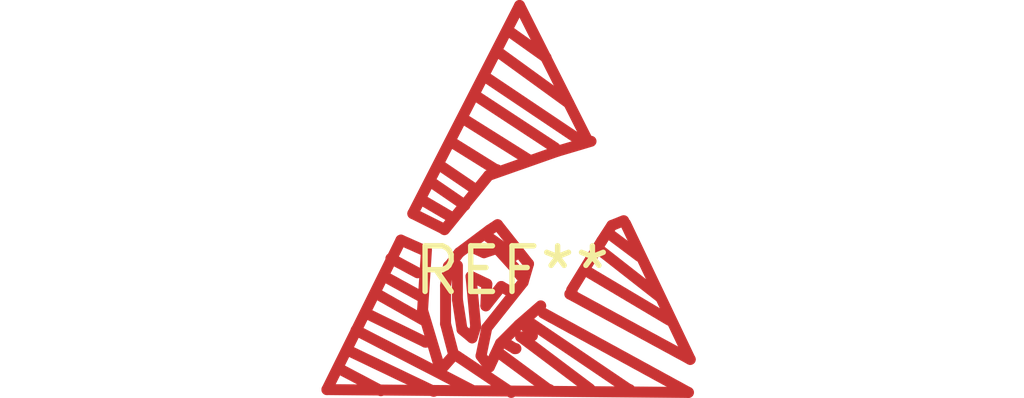
<source format=kicad_pcb>
(kicad_pcb (version 20240108) (generator pcbnew)
  (layers (0 "F.Cu" signal) (31 "B.Cu" signal) (34 "B.Paste" user) (35 "F.Paste" user) (36 "B.SilkS" user "B.Silkscreen") (37 "F.SilkS" user "F.Silkscreen") (38 "B.Mask" user) (39 "F.Mask" user) (44 "Edge.Cuts" user))
  (net 0 "")
  (footprint "Symbol_ESD-Logo_CopperTop" (layer "F.Cu") (at 0 0)
    (property "Reference" "REF**")
    (property "Value" "Symbol_ESD-Logo_CopperTop")
    (fp_line (start -5.15112 3.31216) (end 4.90982 3.3909) (layer "F.Cu") (stroke (width 0.3048)))
    (fp_line (start -4.77012 2.75082) (end -3.64998 3.34264) (layer "F.Cu") (stroke (width 0.3048)))
    (fp_line (start -4.5593 2.2225) (end -2.17932 3.36042) (layer "F.Cu") (stroke (width 0.3048)))
    (fp_line (start -4.34086 1.66116) (end -1.14046 3.31216) (layer "F.Cu") (stroke (width 0.3048)))
    (fp_line (start -4.03098 1.20142) (end -2.41046 1.99136) (layer "F.Cu") (stroke (width 0.3048)))
    (fp_line (start -3.74904 0.65278) (end -2.46126 1.38176) (layer "F.Cu") (stroke (width 0.3048)))
    (fp_line (start -3.55092 0.16256) (end -2.47904 0.75184) (layer "F.Cu") (stroke (width 0.3048)))
    (fp_line (start -3.37058 -0.33782) (end -2.6289 0.06096) (layer "F.Cu") (stroke (width 0.3048)))
    (fp_line (start -3.09118 -0.84836) (end -5.15112 3.31216) (layer "F.Cu") (stroke (width 0.3048)))
    (fp_line (start -2.76098 -1.5875) (end -1.89992 -1.15824) (layer "F.Cu") (stroke (width 0.3048)))
    (fp_line (start -2.50952 -1.9685) (end -1.6891 -1.48844) (layer "F.Cu") (stroke (width 0.3048)))
    (fp_line (start -2.4892 1.10236) (end -1.99136 2.77114) (layer "F.Cu") (stroke (width 0.3048)))
    (fp_line (start -2.46126 -0.56896) (end -3.09118 -0.84836) (layer "F.Cu") (stroke (width 0.3048)))
    (fp_line (start -2.41046 1.99136) (end -2.37998 1.99136) (layer "F.Cu") (stroke (width 0.3048)))
    (fp_line (start -2.37998 -0.57912) (end -2.4892 1.10236) (layer "F.Cu") (stroke (width 0.3048)))
    (fp_line (start -2.23012 -2.44856) (end -1.31064 -1.81864) (layer "F.Cu") (stroke (width 0.3048)))
    (fp_line (start -2.04978 -2.9591) (end -1.03124 -2.26822) (layer "F.Cu") (stroke (width 0.3048)))
    (fp_line (start -1.99136 2.77114) (end -1.62052 2.35204) (layer "F.Cu") (stroke (width 0.3048)))
    (fp_line (start -1.89992 -1.15824) (end -1.86944 -1.15824) (layer "F.Cu") (stroke (width 0.3048)))
    (fp_line (start -1.84912 0.42164) (end -1.77038 -0.11938) (layer "F.Cu") (stroke (width 0.3048)))
    (fp_line (start -1.84912 1.48082) (end -1.84912 0.42164) (layer "F.Cu") (stroke (width 0.3048)))
    (fp_line (start -1.77038 -0.11938) (end -1.71958 -0.16764) (layer "F.Cu") (stroke (width 0.3048)))
    (fp_line (start -1.71958 -3.59918) (end -0.44958 -2.80924) (layer "F.Cu") (stroke (width 0.3048)))
    (fp_line (start -1.71958 -0.16764) (end -1.47066 -0.49784) (layer "F.Cu") (stroke (width 0.3048)))
    (fp_line (start -1.62052 2.35204) (end -1.84912 1.48082) (layer "F.Cu") (stroke (width 0.3048)))
    (fp_line (start -1.53924 2.37236) (end -0.02032 3.3909) (layer "F.Cu") (stroke (width 0.3048)))
    (fp_line (start -1.51892 -0.1397) (end -1.51892 0.80264) (layer "F.Cu") (stroke (width 0.3048)))
    (fp_line (start -1.51892 0.80264) (end -1.38938 1.64084) (layer "F.Cu") (stroke (width 0.3048)))
    (fp_line (start -1.47066 -0.49784) (end -0.62992 -1.12776) (layer "F.Cu") (stroke (width 0.3048)))
    (fp_line (start -1.38938 1.64084) (end -1.10998 1.87198) (layer "F.Cu") (stroke (width 0.3048)))
    (fp_line (start -1.3589 -4.2291) (end 0.45974 -3.08864) (layer "F.Cu") (stroke (width 0.3048)))
    (fp_line (start -1.31064 -1.81864) (end -1.31064 -1.83896) (layer "F.Cu") (stroke (width 0.3048)))
    (fp_line (start -1.14046 0.16256) (end -0.70104 0.37084) (layer "F.Cu") (stroke (width 0.3048)))
    (fp_line (start -1.10998 -0.6477) (end -0.77978 -0.49784) (layer "F.Cu") (stroke (width 0.3048)))
    (fp_line (start -1.10998 1.87198) (end -1.01092 1.5621) (layer "F.Cu") (stroke (width 0.3048)))
    (fp_line (start -1.01092 -4.86918) (end 1.19888 -3.41884) (layer "F.Cu") (stroke (width 0.3048)))
    (fp_line (start -1.01092 1.5621) (end -1.14046 0.16256) (layer "F.Cu") (stroke (width 0.3048)))
    (fp_line (start -0.86106 2.37236) (end -0.62992 2.68224) (layer "F.Cu") (stroke (width 0.3048)))
    (fp_line (start -0.77978 -0.49784) (end -0.4191 -0.61722) (layer "F.Cu") (stroke (width 0.3048)))
    (fp_line (start -0.7493 -5.3975) (end 1.85928 -3.64744) (layer "F.Cu") (stroke (width 0.3048)))
    (fp_line (start -0.72898 0.98044) (end -0.29972 0.44196) (layer "F.Cu") (stroke (width 0.3048)))
    (fp_line (start -0.70104 0.37084) (end -0.72898 0.98044) (layer "F.Cu") (stroke (width 0.3048)))
    (fp_line (start -0.70104 1.59258) (end -0.86106 2.37236) (layer "F.Cu") (stroke (width 0.3048)))
    (fp_line (start -0.65024 -2.64922) (end -1.8796 -1.13792) (layer "F.Cu") (stroke (width 0.3048)))
    (fp_line (start -0.65024 -0.92964) (end 0.06096 -0.4191) (layer "F.Cu") (stroke (width 0.3048)))
    (fp_line (start -0.62992 -1.12776) (end -0.40132 -1.27762) (layer "F.Cu") (stroke (width 0.3048)))
    (fp_line (start -0.62992 2.68224) (end -0.32004 2.02184) (layer "F.Cu") (stroke (width 0.3048)))
    (fp_line (start -0.44958 -2.80924) (end -0.4191 -2.80924) (layer "F.Cu") (stroke (width 0.3048)))
    (fp_line (start -0.4191 -0.61722) (end 0.06096 -0.0889) (layer "F.Cu") (stroke (width 0.3048)))
    (fp_line (start -0.40132 -1.27762) (end 0.45974 -0.18796) (layer "F.Cu") (stroke (width 0.3048)))
    (fp_line (start -0.35052 -6.0579) (end 1.57988 -4.65836) (layer "F.Cu") (stroke (width 0.3048)))
    (fp_line (start -0.35052 2.30124) (end 1.02108 3.31216) (layer "F.Cu") (stroke (width 0.3048)))
    (fp_line (start -0.32004 2.02184) (end 0.1905 1.5113) (layer "F.Cu") (stroke (width 0.3048)))
    (fp_line (start -0.29972 0.44196) (end -0.07112 0.5715) (layer "F.Cu") (stroke (width 0.3048)))
    (fp_line (start -0.22098 1.99136) (end 0.07874 2.1717) (layer "F.Cu") (stroke (width 0.3048)))
    (fp_line (start -0.0889 -6.6675) (end 0.94996 -5.92836) (layer "F.Cu") (stroke (width 0.3048)))
    (fp_line (start 0.06096 -0.0889) (end 0.23876 0.14224) (layer "F.Cu") (stroke (width 0.3048)))
    (fp_line (start 0.07874 2.1717) (end 0.10922 2.1717) (layer "F.Cu") (stroke (width 0.3048)))
    (fp_line (start 0.1905 1.5113) (end 0.8001 0.98044) (layer "F.Cu") (stroke (width 0.3048)))
    (fp_line (start 0.21082 -7.3787) (end -2.76098 -1.5875) (layer "F.Cu") (stroke (width 0.3048)))
    (fp_line (start 0.23876 1.8415) (end 2.16916 3.29184) (layer "F.Cu") (stroke (width 0.3048)))
    (fp_line (start 0.30988 0.32258) (end -0.70104 1.59258) (layer "F.Cu") (stroke (width 0.3048)))
    (fp_line (start 0.30988 1.4605) (end 0.56896 1.81102) (layer "F.Cu") (stroke (width 0.3048)))
    (fp_line (start 0.45974 -0.18796) (end 0.30988 0.32258) (layer "F.Cu") (stroke (width 0.3048)))
    (fp_line (start 0.5207 1.4605) (end 3.25882 3.31216) (layer "F.Cu") (stroke (width 0.3048)))
    (fp_line (start 1.02108 3.31216) (end 1.04902 3.31216) (layer "F.Cu") (stroke (width 0.3048)))
    (fp_line (start 1.24968 -3.31724) (end -0.65024 -2.64922) (layer "F.Cu") (stroke (width 0.3048)))
    (fp_line (start 1.61036 0.65278) (end 1.67894 0.6223) (layer "F.Cu") (stroke (width 0.3048)))
    (fp_line (start 1.65862 0.54102) (end 2.16916 -0.28956) (layer "F.Cu") (stroke (width 0.3048)))
    (fp_line (start 2.09042 -3.64744) (end 0.21082 -7.3787) (layer "F.Cu") (stroke (width 0.3048)))
    (fp_line (start 2.1209 0.04064) (end 4.37896 1.38176) (layer "F.Cu") (stroke (width 0.3048)))
    (fp_line (start 2.16916 -0.28956) (end 2.49936 -0.82804) (layer "F.Cu") (stroke (width 0.3048)))
    (fp_line (start 2.19964 -3.59918) (end 1.24968 -3.31724) (layer "F.Cu") (stroke (width 0.3048)))
    (fp_line (start 2.4511 -0.56896) (end 4.09956 0.72136) (layer "F.Cu") (stroke (width 0.3048)))
    (fp_line (start 2.49936 -0.82804) (end 2.77876 -1.2573) (layer "F.Cu") (stroke (width 0.3048)))
    (fp_line (start 2.70002 -1.0287) (end 3.54076 -0.39878) (layer "F.Cu") (stroke (width 0.3048)))
    (fp_line (start 2.77876 -1.2573) (end 3.10896 -1.38938) (layer "F.Cu") (stroke (width 0.3048)))
    (fp_line (start 3.15976 -1.3081) (end 4.96062 2.47142) (layer "F.Cu") (stroke (width 0.3048)))
    (fp_line (start 3.25882 3.31216) (end 3.27914 3.31216) (layer "F.Cu") (stroke (width 0.3048)))
    (fp_line (start 4.90982 3.3909) (end 0.86868 1.1811) (layer "F.Cu") (stroke (width 0.3048)))
    (fp_line (start 4.96062 2.47142) (end 1.61036 0.65278) (layer "F.Cu") (stroke (width 0.3048)))
  )
)
</source>
